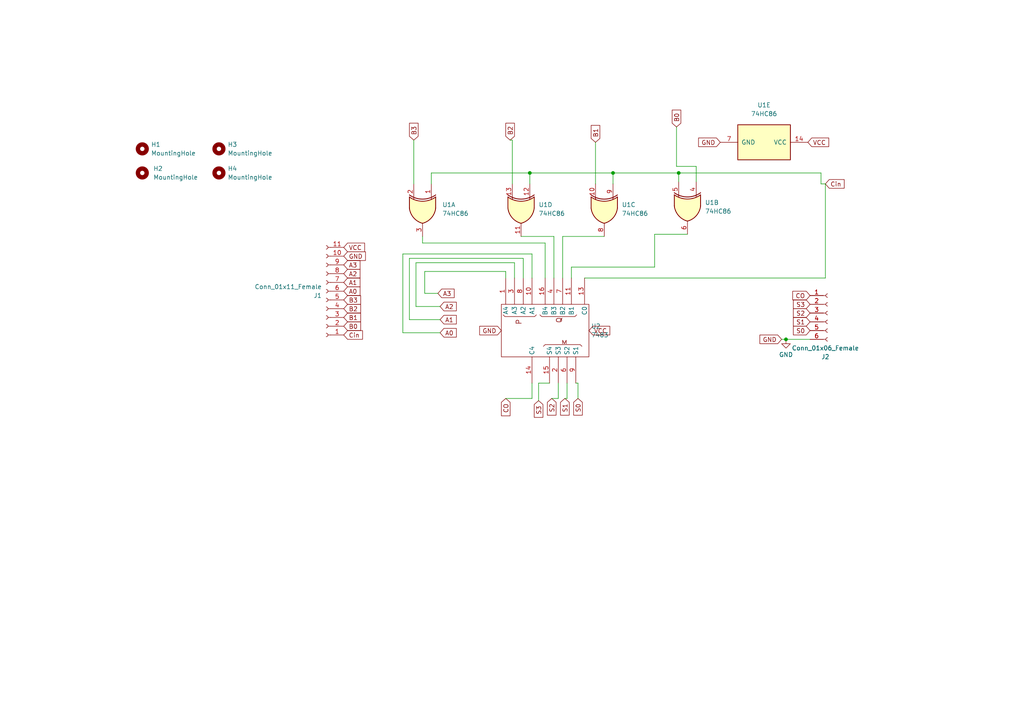
<source format=kicad_sch>
(kicad_sch (version 20211123) (generator eeschema)
  (paper "A4")
  (lib_symbols
    (symbol "74xx:74HC86" (pin_names (offset 1.016))
      (property "Reference" "U" (at 0 1.27 0))
      (property "Value" "74HC86" (at 0 -1.27 0))
      (symbol "74HC86_1_0"
        (arc (start -4.4196 -3.81) (mid -3.2033 0) (end -4.4196 3.81) (stroke (width 0.254)))
        (arc (start -3.81 -3.81) (mid -2.589 0) (end -3.81 3.81) (stroke (width 0.254)))
        (arc (start -0.6096 -3.81) (mid 2.1842 -2.5851) (end 3.81 0) (stroke (width 0.254)) (fill (type background)))
        (polyline (pts (xy -3.81 -3.81) (xy -0.635 -3.81)) (stroke (width 0.254)) (fill (type background)))
        (polyline (pts (xy -3.81 3.81) (xy -0.635 3.81)) (stroke (width 0.254)) (fill (type background)))
        (polyline (pts (xy -0.635 3.81) (xy -3.81 3.81) (xy -3.81 3.81) (xy -3.556 3.4036) (xy -3.0226 2.2606) (xy -2.6924 1.0414) (xy -2.6162 -0.254) (xy -2.7686 -1.4986) (xy -3.175 -2.7178) (xy -3.81 -3.81) (xy -3.81 -3.81) (xy -0.635 -3.81)) (stroke (width -25.4)) (fill (type background)))
        (arc (start 3.81 0) (mid 2.1915 2.5936) (end -0.6096 3.81) (stroke (width 0.254)) (fill (type background)))
        (pin input line (at -7.62 2.54 0) (length 4.445) (name "~") (number "1"))
        (pin input line (at -7.62 -2.54 0) (length 4.445) (name "~") (number "2"))
        (pin output line (at 7.62 0 180) (length 3.81) (name "~") (number "3"))
      )
      (symbol "74HC86_1_1"
        (polyline (pts (xy -3.81 -2.54) (xy -3.175 -2.54)) (stroke (width 0.1524)))
        (polyline (pts (xy -3.81 2.54) (xy -3.175 2.54)) (stroke (width 0.1524)))
      )
      (symbol "74HC86_2_0"
        (arc (start -4.4196 -3.81) (mid -3.2033 0) (end -4.4196 3.81) (stroke (width 0.254)))
        (arc (start -3.81 -3.81) (mid -2.589 0) (end -3.81 3.81) (stroke (width 0.254)))
        (arc (start -0.6096 -3.81) (mid 2.1842 -2.5851) (end 3.81 0) (stroke (width 0.254)) (fill (type background)))
        (polyline (pts (xy -3.81 -3.81) (xy -0.635 -3.81)) (stroke (width 0.254)) (fill (type background)))
        (polyline (pts (xy -3.81 3.81) (xy -0.635 3.81)) (stroke (width 0.254)) (fill (type background)))
        (polyline (pts (xy -0.635 3.81) (xy -3.81 3.81) (xy -3.81 3.81) (xy -3.556 3.4036) (xy -3.0226 2.2606) (xy -2.6924 1.0414) (xy -2.6162 -0.254) (xy -2.7686 -1.4986) (xy -3.175 -2.7178) (xy -3.81 -3.81) (xy -3.81 -3.81) (xy -0.635 -3.81)) (stroke (width -25.4)) (fill (type background)))
        (arc (start 3.81 0) (mid 2.1915 2.5936) (end -0.6096 3.81) (stroke (width 0.254)) (fill (type background)))
        (pin input line (at -7.62 2.54 0) (length 4.445) (name "~") (number "4"))
        (pin input line (at -7.62 -2.54 0) (length 4.445) (name "~") (number "5"))
        (pin output line (at 7.62 0 180) (length 3.81) (name "~") (number "6"))
      )
      (symbol "74HC86_2_1"
        (polyline (pts (xy -3.81 -2.54) (xy -3.175 -2.54)) (stroke (width 0.1524)))
        (polyline (pts (xy -3.81 2.54) (xy -3.175 2.54)) (stroke (width 0.1524)))
      )
      (symbol "74HC86_3_0"
        (arc (start -4.4196 -3.81) (mid -3.2033 0) (end -4.4196 3.81) (stroke (width 0.254)))
        (arc (start -3.81 -3.81) (mid -2.589 0) (end -3.81 3.81) (stroke (width 0.254)))
        (arc (start -0.6096 -3.81) (mid 2.1842 -2.5851) (end 3.81 0) (stroke (width 0.254)) (fill (type background)))
        (polyline (pts (xy -3.81 -3.81) (xy -0.635 -3.81)) (stroke (width 0.254)) (fill (type background)))
        (polyline (pts (xy -3.81 3.81) (xy -0.635 3.81)) (stroke (width 0.254)) (fill (type background)))
        (polyline (pts (xy -0.635 3.81) (xy -3.81 3.81) (xy -3.81 3.81) (xy -3.556 3.4036) (xy -3.0226 2.2606) (xy -2.6924 1.0414) (xy -2.6162 -0.254) (xy -2.7686 -1.4986) (xy -3.175 -2.7178) (xy -3.81 -3.81) (xy -3.81 -3.81) (xy -0.635 -3.81)) (stroke (width -25.4)) (fill (type background)))
        (arc (start 3.81 0) (mid 2.1915 2.5936) (end -0.6096 3.81) (stroke (width 0.254)) (fill (type background)))
        (pin input line (at -7.62 -2.54 0) (length 4.445) (name "~") (number "10"))
        (pin output line (at 7.62 0 180) (length 3.81) (name "~") (number "8"))
        (pin input line (at -7.62 2.54 0) (length 4.445) (name "~") (number "9"))
      )
      (symbol "74HC86_3_1"
        (polyline (pts (xy -3.81 -2.54) (xy -3.175 -2.54)) (stroke (width 0.1524)))
        (polyline (pts (xy -3.81 2.54) (xy -3.175 2.54)) (stroke (width 0.1524)))
      )
      (symbol "74HC86_4_0"
        (arc (start -4.4196 -3.81) (mid -3.2033 0) (end -4.4196 3.81) (stroke (width 0.254)))
        (arc (start -3.81 -3.81) (mid -2.589 0) (end -3.81 3.81) (stroke (width 0.254)))
        (arc (start -0.6096 -3.81) (mid 2.1842 -2.5851) (end 3.81 0) (stroke (width 0.254)) (fill (type background)))
        (polyline (pts (xy -3.81 -3.81) (xy -0.635 -3.81)) (stroke (width 0.254)) (fill (type background)))
        (polyline (pts (xy -3.81 3.81) (xy -0.635 3.81)) (stroke (width 0.254)) (fill (type background)))
        (polyline (pts (xy -0.635 3.81) (xy -3.81 3.81) (xy -3.81 3.81) (xy -3.556 3.4036) (xy -3.0226 2.2606) (xy -2.6924 1.0414) (xy -2.6162 -0.254) (xy -2.7686 -1.4986) (xy -3.175 -2.7178) (xy -3.81 -3.81) (xy -3.81 -3.81) (xy -0.635 -3.81)) (stroke (width -25.4)) (fill (type background)))
        (arc (start 3.81 0) (mid 2.1915 2.5936) (end -0.6096 3.81) (stroke (width 0.254)) (fill (type background)))
        (pin output line (at 7.62 0 180) (length 3.81) (name "~") (number "11"))
        (pin input line (at -7.62 2.54 0) (length 4.445) (name "~") (number "12"))
        (pin input line (at -7.62 -2.54 0) (length 4.445) (name "~") (number "13"))
      )
      (symbol "74HC86_4_1"
        (polyline (pts (xy -3.81 -2.54) (xy -3.175 -2.54)) (stroke (width 0.1524)))
        (polyline (pts (xy -3.81 2.54) (xy -3.175 2.54)) (stroke (width 0.1524)))
      )
      (symbol "74HC86_5_0"
        (pin power_in line (at 0 12.7 270) (length 5.08) (name "VCC") (number "14"))
        (pin power_in line (at 0 -12.7 90) (length 5.08) (name "GND") (number "7"))
      )
      (symbol "74HC86_5_1"
        (rectangle (start -5.08 7.62) (end 5.08 -7.62) (stroke (width 0.254)) (fill (type background)))
      )
    )
    (symbol "74xx_IEEE:7483"
      (property "Reference" "U" (at 6.35 13.97 0))
      (property "Value" "7483" (at 7.62 -13.97 0))
      (symbol "7483_0_0"
        (rectangle (start -7.62 12.7) (end 7.62 -12.7))
        (polyline (pts (xy -4.572 -12.192) (xy -4.064 -11.684) (xy -4.064 -3.048) (xy -4.572 -2.54) (xy -4.572 -2.54)))
        (polyline (pts (xy -4.572 9.144) (xy -4.064 8.636) (xy -4.064 -1.016) (xy -4.572 -1.524) (xy -4.572 -1.524)))
        (polyline (pts (xy 4.572 10.668) (xy 4.064 10.16) (xy 4.064 0) (xy 4.572 -0.508) (xy 4.572 -0.508)))
        (polyline (pts (xy 3.81 6.096) (xy 2.794 6.096) (xy 3.81 5.588) (xy 2.794 5.08) (xy 3.81 5.08) (xy 3.81 5.08)))
        (text "P" (at -2.54 -7.62 0) (effects (font (size 1.524 1.524))))
        (text "Q" (at -3.048 4.064 0) (effects (font (size 1.524 1.524))))
        (pin power_in line (at 0 -12.7 90) (length 0) hide (name "GND") (number "12"))
        (pin power_in line (at 0 12.7 270) (length 0) hide (name "VCC") (number "5"))
      )
      (symbol "7483_1_1"
        (pin input line (at -15.24 -11.43 0) (length 7.62) (name "A4") (number "1"))
        (pin input line (at -15.24 -3.81 0) (length 7.62) (name "A1") (number "10"))
        (pin input line (at -15.24 7.62 0) (length 7.62) (name "B1") (number "11"))
        (pin input line (at -15.24 11.43 0) (length 7.62) (name "C0") (number "13"))
        (pin output line (at 15.24 -3.81 180) (length 7.62) (name "C4") (number "14"))
        (pin output line (at 15.24 1.27 180) (length 7.62) (name "S4") (number "15"))
        (pin input line (at -15.24 0 0) (length 7.62) (name "B4") (number "16"))
        (pin output line (at 15.24 3.81 180) (length 7.62) (name "S3") (number "2"))
        (pin input line (at -15.24 -8.89 0) (length 7.62) (name "A3") (number "3"))
        (pin input line (at -15.24 2.54 0) (length 7.62) (name "B3") (number "4"))
        (pin output line (at 15.24 6.35 180) (length 7.62) (name "S2") (number "6"))
        (pin input line (at -15.24 5.08 0) (length 7.62) (name "B2") (number "7"))
        (pin input line (at -15.24 -6.35 0) (length 7.62) (name "A2") (number "8"))
        (pin output line (at 15.24 8.89 180) (length 7.62) (name "S1") (number "9"))
      )
    )
    (symbol "Connector:Conn_01x06_Female" (pin_names (offset 1.016) hide)
      (property "Reference" "J" (at 0 7.62 0))
      (property "Value" "Conn_01x06_Female" (at 0 -10.16 0))
      (symbol "Conn_01x06_Female_1_1"
        (arc (start 0 -7.112) (mid -0.508 -7.62) (end 0 -8.128) (stroke (width 0.1524)))
        (arc (start 0 -4.572) (mid -0.508 -5.08) (end 0 -5.588) (stroke (width 0.1524)))
        (arc (start 0 -2.032) (mid -0.508 -2.54) (end 0 -3.048) (stroke (width 0.1524)))
        (polyline (pts (xy -1.27 -7.62) (xy -0.508 -7.62)) (stroke (width 0.1524)))
        (polyline (pts (xy -1.27 -5.08) (xy -0.508 -5.08)) (stroke (width 0.1524)))
        (polyline (pts (xy -1.27 -2.54) (xy -0.508 -2.54)) (stroke (width 0.1524)))
        (polyline (pts (xy -1.27 0) (xy -0.508 0)) (stroke (width 0.1524)))
        (polyline (pts (xy -1.27 2.54) (xy -0.508 2.54)) (stroke (width 0.1524)))
        (polyline (pts (xy -1.27 5.08) (xy -0.508 5.08)) (stroke (width 0.1524)))
        (arc (start 0 0.508) (mid -0.508 0) (end 0 -0.508) (stroke (width 0.1524)))
        (arc (start 0 3.048) (mid -0.508 2.54) (end 0 2.032) (stroke (width 0.1524)))
        (arc (start 0 5.588) (mid -0.508 5.08) (end 0 4.572) (stroke (width 0.1524)))
        (pin passive line (at -5.08 5.08 0) (length 3.81) (name "Pin_1") (number "1"))
        (pin passive line (at -5.08 2.54 0) (length 3.81) (name "Pin_2") (number "2"))
        (pin passive line (at -5.08 0 0) (length 3.81) (name "Pin_3") (number "3"))
        (pin passive line (at -5.08 -2.54 0) (length 3.81) (name "Pin_4") (number "4"))
        (pin passive line (at -5.08 -5.08 0) (length 3.81) (name "Pin_5") (number "5"))
        (pin passive line (at -5.08 -7.62 0) (length 3.81) (name "Pin_6") (number "6"))
      )
    )
    (symbol "Connector:Conn_01x11_Female" (pin_names (offset 1.016) hide)
      (property "Reference" "J" (at 0 15.24 0))
      (property "Value" "Conn_01x11_Female" (at 0 -15.24 0))
      (symbol "Conn_01x11_Female_1_1"
        (arc (start 0 -12.192) (mid -0.508 -12.7) (end 0 -13.208) (stroke (width 0.1524)))
        (arc (start 0 -9.652) (mid -0.508 -10.16) (end 0 -10.668) (stroke (width 0.1524)))
        (arc (start 0 -7.112) (mid -0.508 -7.62) (end 0 -8.128) (stroke (width 0.1524)))
        (arc (start 0 -4.572) (mid -0.508 -5.08) (end 0 -5.588) (stroke (width 0.1524)))
        (arc (start 0 -2.032) (mid -0.508 -2.54) (end 0 -3.048) (stroke (width 0.1524)))
        (polyline (pts (xy -1.27 -12.7) (xy -0.508 -12.7)) (stroke (width 0.1524)))
        (polyline (pts (xy -1.27 -10.16) (xy -0.508 -10.16)) (stroke (width 0.1524)))
        (polyline (pts (xy -1.27 -7.62) (xy -0.508 -7.62)) (stroke (width 0.1524)))
        (polyline (pts (xy -1.27 -5.08) (xy -0.508 -5.08)) (stroke (width 0.1524)))
        (polyline (pts (xy -1.27 -2.54) (xy -0.508 -2.54)) (stroke (width 0.1524)))
        (polyline (pts (xy -1.27 0) (xy -0.508 0)) (stroke (width 0.1524)))
        (polyline (pts (xy -1.27 2.54) (xy -0.508 2.54)) (stroke (width 0.1524)))
        (polyline (pts (xy -1.27 5.08) (xy -0.508 5.08)) (stroke (width 0.1524)))
        (polyline (pts (xy -1.27 7.62) (xy -0.508 7.62)) (stroke (width 0.1524)))
        (polyline (pts (xy -1.27 10.16) (xy -0.508 10.16)) (stroke (width 0.1524)))
        (polyline (pts (xy -1.27 12.7) (xy -0.508 12.7)) (stroke (width 0.1524)))
        (arc (start 0 0.508) (mid -0.508 0) (end 0 -0.508) (stroke (width 0.1524)))
        (arc (start 0 3.048) (mid -0.508 2.54) (end 0 2.032) (stroke (width 0.1524)))
        (arc (start 0 5.588) (mid -0.508 5.08) (end 0 4.572) (stroke (width 0.1524)))
        (arc (start 0 8.128) (mid -0.508 7.62) (end 0 7.112) (stroke (width 0.1524)))
        (arc (start 0 10.668) (mid -0.508 10.16) (end 0 9.652) (stroke (width 0.1524)))
        (arc (start 0 13.208) (mid -0.508 12.7) (end 0 12.192) (stroke (width 0.1524)))
        (pin passive line (at -5.08 12.7 0) (length 3.81) (name "Pin_1") (number "1"))
        (pin passive line (at -5.08 -10.16 0) (length 3.81) (name "Pin_10") (number "10"))
        (pin passive line (at -5.08 -12.7 0) (length 3.81) (name "Pin_11") (number "11"))
        (pin passive line (at -5.08 10.16 0) (length 3.81) (name "Pin_2") (number "2"))
        (pin passive line (at -5.08 7.62 0) (length 3.81) (name "Pin_3") (number "3"))
        (pin passive line (at -5.08 5.08 0) (length 3.81) (name "Pin_4") (number "4"))
        (pin passive line (at -5.08 2.54 0) (length 3.81) (name "Pin_5") (number "5"))
        (pin passive line (at -5.08 0 0) (length 3.81) (name "Pin_6") (number "6"))
        (pin passive line (at -5.08 -2.54 0) (length 3.81) (name "Pin_7") (number "7"))
        (pin passive line (at -5.08 -5.08 0) (length 3.81) (name "Pin_8") (number "8"))
        (pin passive line (at -5.08 -7.62 0) (length 3.81) (name "Pin_9") (number "9"))
      )
    )
    (symbol "Mechanical:MountingHole" (pin_names (offset 1.016))
      (property "Reference" "H" (at 0 5.08 0))
      (property "Value" "MountingHole" (at 0 3.175 0))
      (symbol "MountingHole_0_1"
        (circle (center 0 0) (radius 1.27) (stroke (width 1.27)))
      )
    )
    (symbol "power:GND" (power) (pin_names (offset 0))
      (property "Value" "GND" (at 0 -3.81 0))
      (symbol "GND_0_1"
        (polyline (pts (xy 0 0) (xy 0 -1.27) (xy 1.27 -1.27) (xy 0 -2.54) (xy -1.27 -1.27) (xy 0 -1.27)))
      )
      (symbol "GND_1_1"
        (pin power_in line (at 0 0 270) (length 0) hide (name "GND") (number "1"))
      )
    )
  )
  (junction (at 227.965 98.425))
  (junction (at 177.8 50.165))
  (junction (at 153.67 50.165))
  (junction (at 196.85 50.165))
  (wire (pts (xy 122.555 70.485) (xy 122.555 68.58)))
  (wire (pts (xy 226.695 98.425) (xy 227.965 98.425)))
  (wire (pts (xy 189.865 77.47) (xy 165.735 77.47)))
  (wire (pts (xy 177.8 53.34) (xy 177.8 50.165)))
  (wire (pts (xy 123.19 85.09) (xy 123.19 78.74)))
  (wire (pts (xy 153.67 50.165) (xy 153.67 53.34)))
  (wire (pts (xy 196.215 48.26) (xy 201.93 48.26)))
  (wire (pts (xy 238.125 53.34) (xy 239.395 53.34)))
  (wire (pts (xy 172.72 41.275) (xy 172.72 53.34)))
  (wire (pts (xy 154.305 111.125) (xy 154.305 115.57)))
  (wire (pts (xy 116.84 73.66) (xy 154.305 73.66)))
  (wire (pts (xy 123.19 78.74) (xy 146.685 78.74)))
  (wire (pts (xy 196.215 36.83) (xy 196.215 48.26)))
  (wire (pts (xy 127.635 88.9) (xy 120.65 88.9)))
  (wire (pts (xy 125.095 50.165) (xy 153.67 50.165)))
  (wire (pts (xy 177.8 50.165) (xy 196.85 50.165)))
  (wire (pts (xy 151.765 74.93) (xy 151.765 80.645)))
  (wire (pts (xy 164.465 111.125) (xy 164.465 115.57)))
  (wire (pts (xy 169.545 80.645) (xy 239.395 80.645)))
  (wire (pts (xy 167.64 111.125) (xy 167.64 115.57)))
  (wire (pts (xy 167.005 111.125) (xy 167.64 111.125)))
  (wire (pts (xy 148.59 40.64) (xy 148.59 53.34)))
  (wire (pts (xy 120.015 40.64) (xy 120.015 53.34)))
  (wire (pts (xy 146.685 78.74) (xy 146.685 80.645)))
  (wire (pts (xy 149.225 76.2) (xy 149.225 80.645)))
  (wire (pts (xy 164.465 115.57) (xy 163.83 115.57)))
  (wire (pts (xy 154.305 115.57) (xy 146.685 115.57)))
  (wire (pts (xy 175.26 68.58) (xy 163.195 68.58)))
  (wire (pts (xy 163.195 68.58) (xy 163.195 80.645)))
  (wire (pts (xy 127 85.09) (xy 123.19 85.09)))
  (wire (pts (xy 158.115 70.485) (xy 122.555 70.485)))
  (wire (pts (xy 154.305 73.66) (xy 154.305 80.645)))
  (wire (pts (xy 120.65 76.2) (xy 149.225 76.2)))
  (wire (pts (xy 159.385 111.125) (xy 156.21 111.125)))
  (wire (pts (xy 127.635 92.71) (xy 118.745 92.71)))
  (wire (pts (xy 199.39 67.945) (xy 189.865 67.945)))
  (wire (pts (xy 201.93 48.26) (xy 201.93 52.705)))
  (wire (pts (xy 160.655 68.58) (xy 160.655 80.645)))
  (wire (pts (xy 227.965 98.425) (xy 234.95 98.425)))
  (wire (pts (xy 161.925 111.125) (xy 161.925 115.57)))
  (wire (pts (xy 127.635 96.52) (xy 116.84 96.52)))
  (wire (pts (xy 148.59 40.64) (xy 147.955 40.64)))
  (wire (pts (xy 161.925 115.57) (xy 160.02 115.57)))
  (wire (pts (xy 120.65 88.9) (xy 120.65 76.2)))
  (wire (pts (xy 153.67 50.165) (xy 177.8 50.165)))
  (wire (pts (xy 125.095 53.34) (xy 125.095 50.165)))
  (wire (pts (xy 239.395 80.645) (xy 239.395 53.34)))
  (wire (pts (xy 151.13 68.58) (xy 160.655 68.58)))
  (wire (pts (xy 165.735 77.47) (xy 165.735 80.645)))
  (wire (pts (xy 189.865 67.945) (xy 189.865 77.47)))
  (wire (pts (xy 156.21 111.125) (xy 156.21 116.205)))
  (wire (pts (xy 196.85 50.165) (xy 196.85 52.705)))
  (wire (pts (xy 196.85 50.165) (xy 238.125 50.165)))
  (wire (pts (xy 116.84 96.52) (xy 116.84 73.66)))
  (wire (pts (xy 238.125 50.165) (xy 238.125 53.34)))
  (wire (pts (xy 158.115 80.645) (xy 158.115 70.485)))
  (wire (pts (xy 118.745 74.93) (xy 151.765 74.93)))
  (wire (pts (xy 118.745 92.71) (xy 118.745 74.93)))
  (global_label "GND" (shape input) (at 226.695 98.425 180) (property "Intersheet References" "${INTERSHEET_REFS}" (effects hide)))
  (global_label "CO" (shape input) (at 234.95 85.725 180) (property "Intersheet References" "${INTERSHEET_REFS}" (effects hide)))
  (global_label "A2" (shape input) (at 99.695 79.375 0) (property "Intersheet References" "${INTERSHEET_REFS}" (effects hide)))
  (global_label "B2" (shape input) (at 99.695 89.535 0) (property "Intersheet References" "${INTERSHEET_REFS}" (effects hide)))
  (global_label "A3" (shape input) (at 127 85.09 0) (property "Intersheet References" "${INTERSHEET_REFS}" (effects hide)))
  (global_label "S0" (shape input) (at 167.64 115.57 270) (property "Intersheet References" "${INTERSHEET_REFS}" (effects hide)))
  (global_label "A0" (shape input) (at 127.635 96.52 0) (property "Intersheet References" "${INTERSHEET_REFS}" (effects hide)))
  (global_label "GND" (shape input) (at 99.695 74.295 0) (property "Intersheet References" "${INTERSHEET_REFS}" (effects hide)))
  (global_label "B3" (shape input) (at 99.695 86.995 0) (property "Intersheet References" "${INTERSHEET_REFS}" (effects hide)))
  (global_label "S3" (shape input) (at 156.21 116.205 270) (property "Intersheet References" "${INTERSHEET_REFS}" (effects hide)))
  (global_label "GND" (shape input) (at 145.415 95.885 180) (property "Intersheet References" "${INTERSHEET_REFS}" (effects hide)))
  (global_label "S1" (shape input) (at 163.83 115.57 270) (property "Intersheet References" "${INTERSHEET_REFS}" (effects hide)))
  (global_label "S0" (shape input) (at 234.95 95.885 180) (property "Intersheet References" "${INTERSHEET_REFS}" (effects hide)))
  (global_label "CO" (shape input) (at 146.685 115.57 270) (property "Intersheet References" "${INTERSHEET_REFS}" (effects hide)))
  (global_label "Cin" (shape input) (at 99.695 97.155 0) (property "Intersheet References" "${INTERSHEET_REFS}" (effects hide)))
  (global_label "A1" (shape input) (at 127.635 92.71 0) (property "Intersheet References" "${INTERSHEET_REFS}" (effects hide)))
  (global_label "VCC" (shape input) (at 234.315 41.275 0) (property "Intersheet References" "${INTERSHEET_REFS}" (effects hide)))
  (global_label "B0" (shape input) (at 196.215 36.83 90) (property "Intersheet References" "${INTERSHEET_REFS}" (effects hide)))
  (global_label "B2" (shape input) (at 147.955 40.64 90) (property "Intersheet References" "${INTERSHEET_REFS}" (effects hide)))
  (global_label "B3" (shape input) (at 120.015 40.64 90) (property "Intersheet References" "${INTERSHEET_REFS}" (effects hide)))
  (global_label "Cin" (shape input) (at 239.395 53.34 0) (property "Intersheet References" "${INTERSHEET_REFS}" (effects hide)))
  (global_label "VCC" (shape input) (at 99.695 71.755 0) (property "Intersheet References" "${INTERSHEET_REFS}" (effects hide)))
  (global_label "A1" (shape input) (at 99.695 81.915 0) (property "Intersheet References" "${INTERSHEET_REFS}" (effects hide)))
  (global_label "B1" (shape input) (at 172.72 41.275 90) (property "Intersheet References" "${INTERSHEET_REFS}" (effects hide)))
  (global_label "A0" (shape input) (at 99.695 84.455 0) (property "Intersheet References" "${INTERSHEET_REFS}" (effects hide)))
  (global_label "S1" (shape input) (at 234.95 93.345 180) (property "Intersheet References" "${INTERSHEET_REFS}" (effects hide)))
  (global_label "S2" (shape input) (at 160.02 115.57 270) (property "Intersheet References" "${INTERSHEET_REFS}" (effects hide)))
  (global_label "GND" (shape input) (at 208.915 41.275 180) (property "Intersheet References" "${INTERSHEET_REFS}" (effects hide)))
  (global_label "S3" (shape input) (at 234.95 88.265 180) (property "Intersheet References" "${INTERSHEET_REFS}" (effects hide)))
  (global_label "B0" (shape input) (at 99.695 94.615 0) (property "Intersheet References" "${INTERSHEET_REFS}" (effects hide)))
  (global_label "A2" (shape input) (at 127.635 88.9 0) (property "Intersheet References" "${INTERSHEET_REFS}" (effects hide)))
  (global_label "A3" (shape input) (at 99.695 76.835 0) (property "Intersheet References" "${INTERSHEET_REFS}" (effects hide)))
  (global_label "B1" (shape input) (at 99.695 92.075 0) (property "Intersheet References" "${INTERSHEET_REFS}" (effects hide)))
  (global_label "S2" (shape input) (at 234.95 90.805 180) (property "Intersheet References" "${INTERSHEET_REFS}" (effects hide)))
  (global_label "VCC" (shape input) (at 170.815 95.885 0) (property "Intersheet References" "${INTERSHEET_REFS}" (effects hide)))
  (symbol (lib_id "74xx:74HC86") (at 122.555 60.96 270) (unit 1)
    (property "Reference" "U1" (at 128.27 59.3851 90) (effects (justify left)))
    (property "Value" "74HC86" (at 128.27 61.9251 90) (effects (justify left)))
    (property "Footprint" "Package_DIP:DIP-14_W7.62mm_Socket" (effects hide))
    (property "Datasheet" "http://www.ti.com/lit/gpn/sn74HC86" (effects hide))
  )
  (symbol (lib_id "74xx:74HC86") (at 221.615 41.275 270) (unit 5)
    (property "Reference" "U1" (at 221.615 30.48 90))
    (property "Value" "74HC86" (at 221.615 33.02 90))
    (property "Footprint" "Package_DIP:DIP-14_W7.62mm_Socket" (effects hide))
    (property "Datasheet" "http://www.ti.com/lit/gpn/sn74HC86" (effects hide))
  )
  (symbol (lib_id "Mechanical:MountingHole") (at 63.5 43.18 0) (unit 1)
    (property "Reference" "H3" (at 66.04 41.9099 0) (effects (justify left)))
    (property "Value" "MountingHole" (at 66.04 44.4499 0) (effects (justify left)))
    (property "Footprint" "MountingHole:MountingHole_2.5mm" (effects hide))
  )
  (symbol (lib_id "Connector:Conn_01x06_Female") (at 240.03 90.805 0) (unit 1)
    (property "Reference" "J2" (at 239.395 103.505 0))
    (property "Value" "Conn_01x06_Female" (at 239.395 100.965 0))
    (property "Footprint" "Connector_JST:JST_EH_S6B-EH_1x06_P2.50mm_Horizontal" (effects hide))
  )
  (symbol (lib_id "power:GND") (at 227.965 98.425 0) (unit 1)
    (property "Reference" "#PWR0101" (effects hide))
    (property "Value" "GND" (at 227.965 102.87 0))
  )
  (symbol (lib_id "Connector:Conn_01x11_Female") (at 94.615 84.455 180) (unit 1)
    (property "Reference" "J1" (at 93.345 85.7251 0) (effects (justify left)))
    (property "Value" "Conn_01x11_Female" (at 93.345 83.1851 0) (effects (justify left)))
    (property "Footprint" "Connector_JST:JST_EH_S11B-EH_1x11_P2.50mm_Horizontal" (effects hide))
  )
  (symbol (lib_id "74xx_IEEE:7483") (at 158.115 95.885 270) (unit 1)
    (property "Reference" "U2" (at 171.45 94.6149 90) (effects (justify left)))
    (property "Value" "7483" (at 171.45 97.1549 90) (effects (justify left)))
    (property "Footprint" "Package_DIP:DIP-16_W7.62mm_Socket" (effects hide))
  )
  (symbol (lib_id "Mechanical:MountingHole") (at 63.5 50.165 0) (unit 1)
    (property "Reference" "H4" (at 66.04 48.8949 0) (effects (justify left)))
    (property "Value" "MountingHole" (at 66.04 51.4349 0) (effects (justify left)))
    (property "Footprint" "MountingHole:MountingHole_2.5mm" (effects hide))
  )
  (symbol (lib_id "74xx:74HC86") (at 199.39 60.325 270) (unit 2)
    (property "Reference" "U1" (at 204.47 58.7501 90) (effects (justify left)))
    (property "Value" "74HC86" (at 204.47 61.2901 90) (effects (justify left)))
    (property "Footprint" "Package_DIP:DIP-14_W7.62mm_Socket" (effects hide))
    (property "Datasheet" "http://www.ti.com/lit/gpn/sn74HC86" (effects hide))
  )
  (symbol (lib_id "74xx:74HC86") (at 175.26 60.96 270) (unit 3)
    (property "Reference" "U1" (at 180.34 59.3851 90) (effects (justify left)))
    (property "Value" "74HC86" (at 180.34 61.9251 90) (effects (justify left)))
    (property "Footprint" "Package_DIP:DIP-14_W7.62mm_Socket" (effects hide))
    (property "Datasheet" "http://www.ti.com/lit/gpn/sn74HC86" (effects hide))
  )
  (symbol (lib_id "Mechanical:MountingHole") (at 41.275 50.165 0) (unit 1)
    (property "Reference" "H2" (at 44.45 48.8949 0) (effects (justify left)))
    (property "Value" "MountingHole" (at 44.45 51.4349 0) (effects (justify left)))
    (property "Footprint" "MountingHole:MountingHole_2.5mm" (effects hide))
  )
  (symbol (lib_id "Mechanical:MountingHole") (at 41.275 43.18 0) (unit 1)
    (property "Reference" "H1" (at 43.815 41.9099 0) (effects (justify left)))
    (property "Value" "MountingHole" (at 43.815 44.4499 0) (effects (justify left)))
    (property "Footprint" "MountingHole:MountingHole_2.5mm" (effects hide))
  )
  (symbol (lib_id "74xx:74HC86") (at 151.13 60.96 270) (unit 4)
    (property "Reference" "U1" (at 156.21 59.3851 90) (effects (justify left)))
    (property "Value" "74HC86" (at 156.21 61.9251 90) (effects (justify left)))
    (property "Footprint" "Package_DIP:DIP-14_W7.62mm_Socket" (effects hide))
    (property "Datasheet" "http://www.ti.com/lit/gpn/sn74HC86" (effects hide))
  )
)
</source>
